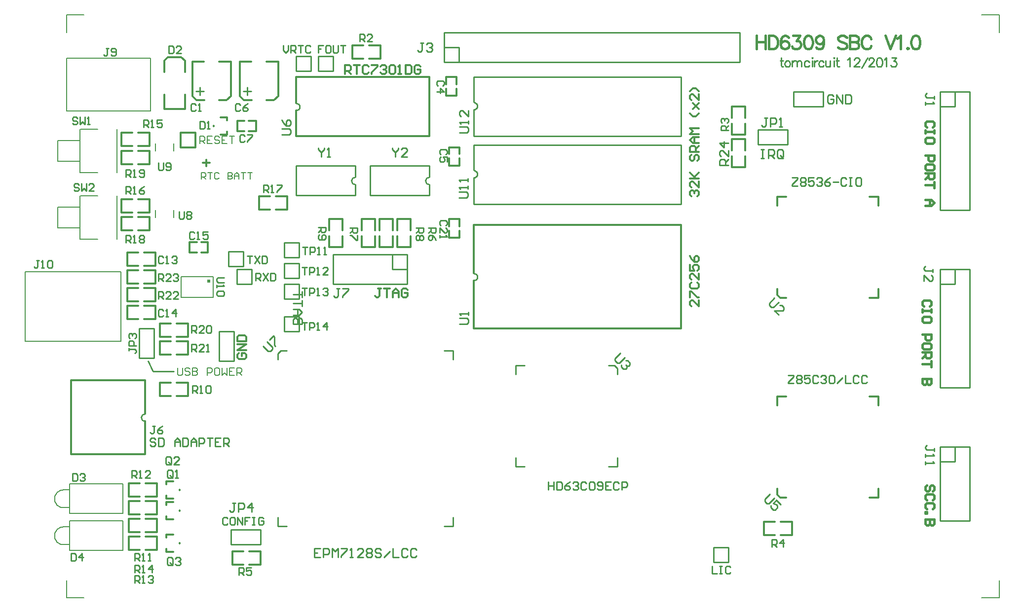
<source format=gto>
%FSLAX24Y24*%
%MOIN*%
G70*
G01*
G75*
%ADD10C,0.0100*%
%ADD11C,0.0080*%
%ADD12C,0.0120*%
%ADD13C,0.0079*%
%ADD14C,0.0150*%
%ADD15R,0.0200X0.0200*%
%ADD16C,0.0060*%
D10*
X15500Y13250D02*
X15596Y13269D01*
X15677Y13323D01*
X15731Y13404D01*
X15750Y13500D01*
X15731Y13596D01*
X15677Y13677D01*
X15596Y13731D01*
X15500Y13750D01*
X27500Y13300D02*
X27596Y13319D01*
X27677Y13373D01*
X27731Y13454D01*
X27750Y13550D01*
X27731Y13646D01*
X27677Y13727D01*
X27596Y13781D01*
X27500Y13800D01*
Y8700D02*
X27596Y8719D01*
X27677Y8773D01*
X27731Y8854D01*
X27750Y8950D01*
X27731Y9046D01*
X27677Y9127D01*
X27596Y9181D01*
X27500Y9200D01*
X27500Y1750D02*
X27596Y1769D01*
X27677Y1823D01*
X27731Y1904D01*
X27750Y2000D01*
X27731Y2096D01*
X27677Y2177D01*
X27596Y2231D01*
X27500Y2250D01*
X5300Y-7250D02*
X5204Y-7269D01*
X5123Y-7323D01*
X5069Y-7404D01*
X5050Y-7500D01*
X5069Y-7596D01*
X5123Y-7677D01*
X5204Y-7731D01*
X5300Y-7750D01*
X19500Y8750D02*
X19404Y8731D01*
X19323Y8677D01*
X19269Y8596D01*
X19250Y8500D01*
X19269Y8404D01*
X19323Y8323D01*
X19404Y8269D01*
X19500Y8250D01*
X24500Y8750D02*
X24404Y8731D01*
X24323Y8677D01*
X24269Y8596D01*
X24250Y8500D01*
X24269Y8404D01*
X24323Y8323D01*
X24404Y8269D01*
X24500Y8250D01*
X41500Y11500D02*
Y15500D01*
X27500Y15500D02*
X27500Y13800D01*
X27500Y13300D02*
X27500Y11500D01*
X41500D01*
X27500Y15500D02*
X41500Y15500D01*
X27500Y10900D02*
X41500Y10900D01*
X27500Y6900D02*
X41500D01*
X27500Y8700D02*
X27500Y6900D01*
X27500Y10900D02*
X27500Y9200D01*
X41500Y6900D02*
Y10900D01*
X15500Y7500D02*
X15500Y9500D01*
X19500D01*
X15500Y7500D02*
X19500D01*
X19500Y8250D01*
X19500Y8750D02*
Y9500D01*
X45483Y16500D02*
Y18500D01*
X25500D02*
X45483D01*
X25500Y16500D02*
X45483Y16500D01*
X25500Y17500D02*
Y18500D01*
Y17500D02*
X26500D01*
Y16500D02*
Y17500D01*
X25500Y16500D02*
Y17500D01*
X18000Y3500D02*
X23000Y3500D01*
X23000Y2500D01*
X22000D02*
Y3500D01*
X18000Y2500D02*
X18000Y3500D01*
X22000Y2500D02*
X23000D01*
X23000Y1500D02*
X23000Y2500D01*
X18000Y1500D02*
X23000Y1500D01*
X18000Y2500D02*
X18000Y1500D01*
X37200Y-4170D02*
X37200Y-4570D01*
X36600Y-3970D02*
X37000Y-3970D01*
X37200Y-4170D01*
X30350Y-4570D02*
X30350Y-3970D01*
X30950D01*
X30350Y-10820D02*
Y-10220D01*
Y-10820D02*
X30950Y-10820D01*
X37200Y-10220D02*
X37200Y-10820D01*
X36600Y-10820D02*
X37200Y-10820D01*
X17000Y15900D02*
Y16900D01*
X18000D01*
X17000Y15900D02*
X18000D01*
Y16900D01*
X14470Y-3000D02*
X14870D01*
X14270Y-3600D02*
X14270Y-3200D01*
X14470Y-3000D01*
X14270Y-14850D02*
X14870D01*
X14270D02*
Y-14250D01*
X25520Y-14850D02*
X26120D01*
Y-14250D01*
X25520Y-3000D02*
X26120D01*
Y-3600D02*
Y-3000D01*
X59000Y14500D02*
X60000D01*
X59000Y13500D02*
X60000D01*
Y14500D01*
X61000D01*
X59000Y6517D02*
Y14500D01*
X61000Y6517D02*
Y14500D01*
X59000Y6517D02*
X61000D01*
X46700Y11950D02*
X48700D01*
X46700Y10950D02*
X48700D01*
X46700D02*
Y11950D01*
X48700Y10950D02*
X48700Y11950D01*
X43700Y-17300D02*
Y-16300D01*
X44700D01*
X43700Y-17300D02*
X44700D01*
Y-16300D01*
X5500Y-3700D02*
X5850Y-4400D01*
X7250D01*
X4900Y-3500D02*
Y-1500D01*
X5900D02*
X5900Y-3500D01*
X4900Y-3500D02*
X5900Y-3500D01*
X4900Y-1500D02*
X5900D01*
X59000Y-5483D02*
X61000D01*
Y2500D01*
X59000Y-5483D02*
Y2500D01*
X60000D02*
X61000D01*
X60000Y1500D02*
Y2500D01*
X59000Y1500D02*
X60000D01*
X59000Y2500D02*
X60000D01*
Y-14500D02*
X61000D01*
Y-9500D01*
X60000D02*
X61000D01*
X60000Y-10500D02*
Y-9500D01*
X59000Y-14500D02*
X60000D01*
X59000Y-10500D02*
X60000D01*
X59000Y-9500D02*
X60000D01*
X59000Y-14500D02*
Y-9500D01*
X11500Y1500D02*
Y2500D01*
X12500D01*
X11500Y1500D02*
X12500D01*
Y2500D01*
X10950Y2700D02*
Y3700D01*
X11950D01*
X10950Y2700D02*
X11950D01*
Y3700D01*
X24500Y8750D02*
Y9500D01*
X24500Y7500D02*
X24500Y8250D01*
X20500Y7500D02*
X24500D01*
X20500Y9500D02*
X24500D01*
X20500Y7500D02*
Y9500D01*
X15500Y15900D02*
Y16900D01*
X16500D01*
X15500Y15900D02*
X16500D01*
Y16900D01*
X11100Y-16100D02*
X13100D01*
X11100Y-15100D02*
X13100Y-15100D01*
X13100Y-16100D01*
X11100D02*
X11100Y-15100D01*
X14700Y-1700D02*
Y-700D01*
X15700D01*
X14700Y-1700D02*
X15700D01*
Y-700D01*
X14700Y500D02*
Y1500D01*
X15700D01*
X14700Y500D02*
X15700D01*
Y1500D01*
X14700Y1900D02*
Y2900D01*
X15700D01*
X14700Y1900D02*
X15700D01*
Y2900D01*
X14700Y3300D02*
Y4300D01*
X15700D01*
X14700Y3300D02*
X15700D01*
Y4300D01*
X11300Y-3700D02*
Y-1700D01*
X10300Y-3700D02*
Y-1700D01*
X11300D01*
X10300Y-3700D02*
X11300D01*
X49100Y13500D02*
X51100Y13500D01*
X49100Y14500D02*
X51100Y14500D01*
X51100Y13500D02*
X51100Y14500D01*
X49100Y13500D02*
X49100Y14500D01*
X15920Y-1180D02*
X15320D01*
Y-880D01*
X15420Y-780D01*
X15520D01*
X15620Y-880D01*
Y-1180D01*
Y-880D01*
X15720Y-780D01*
X15820D01*
X15920Y-880D01*
Y-1180D01*
X15320Y-580D02*
X15720D01*
X15920Y-380D01*
X15720Y-180D01*
X15320D01*
X15620D01*
Y-580D01*
X15920Y20D02*
Y419D01*
Y220D01*
X15320D01*
X15920Y619D02*
Y1019D01*
Y819D01*
X15320D01*
X14550Y11600D02*
X15050D01*
X15150Y11700D01*
Y11900D01*
X15050Y12000D01*
X14550D01*
Y12600D02*
X14650Y12400D01*
X14850Y12200D01*
X15050D01*
X15150Y12300D01*
Y12500D01*
X15050Y12600D01*
X14950D01*
X14850Y12500D01*
Y12200D01*
X26550Y11750D02*
X27050D01*
X27150Y11850D01*
Y12050D01*
X27050Y12150D01*
X26550D01*
X27150Y12350D02*
Y12550D01*
Y12450D01*
X26550D01*
X26650Y12350D01*
X27150Y13250D02*
Y12850D01*
X26750Y13250D01*
X26650D01*
X26550Y13150D01*
Y12950D01*
X26650Y12850D01*
X26500Y7350D02*
X27000D01*
X27100Y7450D01*
Y7650D01*
X27000Y7750D01*
X26500D01*
X27100Y7950D02*
Y8150D01*
Y8050D01*
X26500D01*
X26600Y7950D01*
X27100Y8450D02*
Y8650D01*
Y8550D01*
X26500D01*
X26600Y8450D01*
X26550Y-1200D02*
X27050D01*
X27150Y-1100D01*
Y-900D01*
X27050Y-800D01*
X26550D01*
X27150Y-600D02*
Y-400D01*
Y-500D01*
X26550D01*
X26650Y-600D01*
X7600Y6420D02*
Y6003D01*
X7683Y5920D01*
X7850D01*
X7933Y6003D01*
Y6420D01*
X8100Y6337D02*
X8183Y6420D01*
X8350D01*
X8433Y6337D01*
Y6253D01*
X8350Y6170D01*
X8433Y6087D01*
Y6003D01*
X8350Y5920D01*
X8183D01*
X8100Y6003D01*
Y6087D01*
X8183Y6170D01*
X8100Y6253D01*
Y6337D01*
X8183Y6170D02*
X8350D01*
X-1867Y3100D02*
X-2033D01*
X-1950D01*
Y2683D01*
X-2033Y2600D01*
X-2117D01*
X-2200Y2683D01*
X-1700Y2600D02*
X-1534D01*
X-1617D01*
Y3100D01*
X-1700Y3017D01*
X-1284D02*
X-1200Y3100D01*
X-1034D01*
X-950Y3017D01*
Y2683D01*
X-1034Y2600D01*
X-1200D01*
X-1284Y2683D01*
Y3017D01*
X6017Y-8982D02*
X5925Y-8890D01*
X5742D01*
X5650Y-8982D01*
Y-9073D01*
X5742Y-9165D01*
X5925D01*
X6017Y-9257D01*
Y-9348D01*
X5925Y-9440D01*
X5742D01*
X5650Y-9348D01*
X6200Y-8890D02*
Y-9440D01*
X6475D01*
X6566Y-9348D01*
Y-8982D01*
X6475Y-8890D01*
X6200D01*
X7299Y-9440D02*
Y-9073D01*
X7483Y-8890D01*
X7666Y-9073D01*
Y-9440D01*
Y-9165D01*
X7299D01*
X7849Y-8890D02*
Y-9440D01*
X8124D01*
X8216Y-9348D01*
Y-8982D01*
X8124Y-8890D01*
X7849D01*
X8399Y-9440D02*
Y-9073D01*
X8582Y-8890D01*
X8766Y-9073D01*
Y-9440D01*
Y-9165D01*
X8399D01*
X8949Y-9440D02*
Y-8890D01*
X9224D01*
X9315Y-8982D01*
Y-9165D01*
X9224Y-9257D01*
X8949D01*
X9499Y-8890D02*
X9865D01*
X9682D01*
Y-9440D01*
X10415Y-8890D02*
X10049D01*
Y-9440D01*
X10415D01*
X10049Y-9165D02*
X10232D01*
X10598Y-9440D02*
Y-8890D01*
X10873D01*
X10965Y-8982D01*
Y-9165D01*
X10873Y-9257D01*
X10598D01*
X10782D02*
X10965Y-9440D01*
X5983Y-8100D02*
X5817D01*
X5900D01*
Y-8517D01*
X5817Y-8600D01*
X5733D01*
X5650Y-8517D01*
X6483Y-8100D02*
X6316Y-8183D01*
X6150Y-8350D01*
Y-8517D01*
X6233Y-8600D01*
X6400D01*
X6483Y-8517D01*
Y-8433D01*
X6400Y-8350D01*
X6150D01*
X2833Y17450D02*
X2667D01*
X2750D01*
Y17033D01*
X2667Y16950D01*
X2583D01*
X2500Y17033D01*
X3000D02*
X3083Y16950D01*
X3250D01*
X3333Y17033D01*
Y17367D01*
X3250Y17450D01*
X3083D01*
X3000Y17367D01*
Y17283D01*
X3083Y17200D01*
X3333D01*
X17000Y10700D02*
Y10600D01*
X17200Y10400D01*
X17400Y10600D01*
Y10700D01*
X17200Y10400D02*
Y10100D01*
X17600D02*
X17800D01*
X17700D01*
Y10700D01*
X17600Y10600D01*
X733Y12717D02*
X650Y12800D01*
X483D01*
X400Y12717D01*
Y12633D01*
X483Y12550D01*
X650D01*
X733Y12467D01*
Y12383D01*
X650Y12300D01*
X483D01*
X400Y12383D01*
X900Y12800D02*
Y12300D01*
X1066Y12467D01*
X1233Y12300D01*
Y12800D01*
X1400Y12300D02*
X1566D01*
X1483D01*
Y12800D01*
X1400Y12717D01*
X24100Y17800D02*
X23900D01*
X24000D01*
Y17300D01*
X23900Y17200D01*
X23800D01*
X23700Y17300D01*
X24300Y17700D02*
X24400Y17800D01*
X24600D01*
X24700Y17700D01*
Y17600D01*
X24600Y17500D01*
X24500D01*
X24600D01*
X24700Y17400D01*
Y17300D01*
X24600Y17200D01*
X24400D01*
X24300Y17300D01*
X18460Y1200D02*
X18260D01*
X18360D01*
Y700D01*
X18260Y600D01*
X18160D01*
X18060Y700D01*
X18660Y1200D02*
X19060D01*
Y1100D01*
X18660Y700D01*
Y600D01*
X32550Y-11850D02*
Y-12400D01*
Y-12125D01*
X32917D01*
Y-11850D01*
Y-12400D01*
X33100Y-11850D02*
Y-12400D01*
X33375D01*
X33466Y-12308D01*
Y-11942D01*
X33375Y-11850D01*
X33100D01*
X34016D02*
X33833Y-11942D01*
X33650Y-12125D01*
Y-12308D01*
X33741Y-12400D01*
X33925D01*
X34016Y-12308D01*
Y-12217D01*
X33925Y-12125D01*
X33650D01*
X34199Y-11942D02*
X34291Y-11850D01*
X34474D01*
X34566Y-11942D01*
Y-12033D01*
X34474Y-12125D01*
X34383D01*
X34474D01*
X34566Y-12217D01*
Y-12308D01*
X34474Y-12400D01*
X34291D01*
X34199Y-12308D01*
X35116Y-11942D02*
X35024Y-11850D01*
X34841D01*
X34749Y-11942D01*
Y-12308D01*
X34841Y-12400D01*
X35024D01*
X35116Y-12308D01*
X35299Y-11942D02*
X35391Y-11850D01*
X35574D01*
X35666Y-11942D01*
Y-12308D01*
X35574Y-12400D01*
X35391D01*
X35299Y-12308D01*
Y-11942D01*
X35849Y-12308D02*
X35941Y-12400D01*
X36124D01*
X36215Y-12308D01*
Y-11942D01*
X36124Y-11850D01*
X35941D01*
X35849Y-11942D01*
Y-12033D01*
X35941Y-12125D01*
X36215D01*
X36765Y-11850D02*
X36399D01*
Y-12400D01*
X36765D01*
X36399Y-12125D02*
X36582D01*
X37315Y-11942D02*
X37223Y-11850D01*
X37040D01*
X36949Y-11942D01*
Y-12308D01*
X37040Y-12400D01*
X37223D01*
X37315Y-12308D01*
X37498Y-12400D02*
Y-11850D01*
X37773D01*
X37865Y-11942D01*
Y-12125D01*
X37773Y-12217D01*
X37498D01*
X37414Y-3166D02*
X37061Y-3519D01*
Y-3661D01*
X37202Y-3802D01*
X37343D01*
X37697Y-3449D01*
X37768Y-3661D02*
X37909D01*
X38050Y-3802D01*
Y-3943D01*
X37980Y-4014D01*
X37838D01*
X37768Y-3943D01*
X37838Y-4014D01*
Y-4155D01*
X37768Y-4226D01*
X37626D01*
X37485Y-4085D01*
Y-3943D01*
X6900Y17600D02*
Y17100D01*
X7150D01*
X7233Y17183D01*
Y17517D01*
X7150Y17600D01*
X6900D01*
X7733Y17100D02*
X7400D01*
X7733Y17433D01*
Y17517D01*
X7650Y17600D01*
X7483D01*
X7400Y17517D01*
X10650Y1950D02*
X10233D01*
X10150Y1867D01*
Y1700D01*
X10233Y1617D01*
X10650D01*
X10150Y1450D02*
Y1284D01*
Y1367D01*
X10650D01*
X10567Y1450D01*
Y1034D02*
X10650Y950D01*
Y784D01*
X10567Y700D01*
X10233D01*
X10150Y784D01*
Y950D01*
X10233Y1034D01*
X10567D01*
X17333Y17650D02*
X17000D01*
Y17400D01*
X17167D01*
X17000D01*
Y17150D01*
X17750Y17650D02*
X17583D01*
X17500Y17567D01*
Y17233D01*
X17583Y17150D01*
X17750D01*
X17833Y17233D01*
Y17567D01*
X17750Y17650D01*
X18000D02*
Y17233D01*
X18083Y17150D01*
X18250D01*
X18333Y17233D01*
Y17650D01*
X18500D02*
X18833D01*
X18666D01*
Y17150D01*
X17150Y-16350D02*
X16750D01*
Y-16950D01*
X17150D01*
X16750Y-16650D02*
X16950D01*
X17350Y-16950D02*
Y-16350D01*
X17650D01*
X17750Y-16450D01*
Y-16650D01*
X17650Y-16750D01*
X17350D01*
X17950Y-16950D02*
Y-16350D01*
X18150Y-16550D01*
X18349Y-16350D01*
Y-16950D01*
X18549Y-16350D02*
X18949D01*
Y-16450D01*
X18549Y-16850D01*
Y-16950D01*
X19149D02*
X19349D01*
X19249D01*
Y-16350D01*
X19149Y-16450D01*
X20049Y-16950D02*
X19649D01*
X20049Y-16550D01*
Y-16450D01*
X19949Y-16350D01*
X19749D01*
X19649Y-16450D01*
X20249D02*
X20349Y-16350D01*
X20549D01*
X20649Y-16450D01*
Y-16550D01*
X20549Y-16650D01*
X20649Y-16750D01*
Y-16850D01*
X20549Y-16950D01*
X20349D01*
X20249Y-16850D01*
Y-16750D01*
X20349Y-16650D01*
X20249Y-16550D01*
Y-16450D01*
X20349Y-16650D02*
X20549D01*
X21249Y-16450D02*
X21149Y-16350D01*
X20949D01*
X20849Y-16450D01*
Y-16550D01*
X20949Y-16650D01*
X21149D01*
X21249Y-16750D01*
Y-16850D01*
X21149Y-16950D01*
X20949D01*
X20849Y-16850D01*
X21448Y-16950D02*
X21848Y-16550D01*
X22048Y-16350D02*
Y-16950D01*
X22448D01*
X23048Y-16450D02*
X22948Y-16350D01*
X22748D01*
X22648Y-16450D01*
Y-16850D01*
X22748Y-16950D01*
X22948D01*
X23048Y-16850D01*
X23648Y-16450D02*
X23548Y-16350D01*
X23348D01*
X23248Y-16450D01*
Y-16850D01*
X23348Y-16950D01*
X23548D01*
X23648Y-16850D01*
X13276Y-2676D02*
X13629Y-3029D01*
X13771D01*
X13912Y-2888D01*
Y-2747D01*
X13559Y-2393D01*
X13700Y-2252D02*
X13983Y-1969D01*
X14053Y-2040D01*
X14053Y-2605D01*
X14124Y-2676D01*
X58600Y14000D02*
Y14200D01*
Y14100D01*
X58100D01*
X58000Y14200D01*
Y14300D01*
X58100Y14400D01*
X58000Y13800D02*
Y13600D01*
Y13700D01*
X58600D01*
X58500Y13800D01*
X9000Y12500D02*
Y12000D01*
X9250D01*
X9333Y12083D01*
Y12417D01*
X9250Y12500D01*
X9000D01*
X9500Y12000D02*
X9666D01*
X9583D01*
Y12500D01*
X9500Y12417D01*
X400Y-11300D02*
Y-11800D01*
X650D01*
X733Y-11717D01*
Y-11383D01*
X650Y-11300D01*
X400D01*
X900Y-11383D02*
X983Y-11300D01*
X1150D01*
X1233Y-11383D01*
Y-11467D01*
X1150Y-11550D01*
X1066D01*
X1150D01*
X1233Y-11633D01*
Y-11717D01*
X1150Y-11800D01*
X983D01*
X900Y-11717D01*
X8733Y13617D02*
X8650Y13700D01*
X8483D01*
X8400Y13617D01*
Y13283D01*
X8483Y13200D01*
X8650D01*
X8733Y13283D01*
X8900Y13200D02*
X9066D01*
X8983D01*
Y13700D01*
X8900Y13617D01*
X9019Y14806D02*
Y14273D01*
X9285Y14540D02*
X8752D01*
X25417Y14917D02*
X25500Y15000D01*
Y15167D01*
X25417Y15250D01*
X25083D01*
X25000Y15167D01*
Y15000D01*
X25083Y14917D01*
X25000Y14500D02*
X25500D01*
X25250Y14750D01*
Y14417D01*
X46900Y10600D02*
X47100D01*
X47000D01*
Y10000D01*
X46900D01*
X47100D01*
X47400D02*
Y10600D01*
X47700D01*
X47800Y10500D01*
Y10300D01*
X47700Y10200D01*
X47400D01*
X47600D02*
X47800Y10000D01*
X48400Y10100D02*
Y10500D01*
X48300Y10600D01*
X48100D01*
X48000Y10500D01*
Y10100D01*
X48100Y10000D01*
X48300D01*
X48200Y10200D02*
X48400Y10000D01*
X48300D02*
X48400Y10100D01*
X47350Y12750D02*
X47150D01*
X47250D01*
Y12250D01*
X47150Y12150D01*
X47050D01*
X46950Y12250D01*
X47550Y12150D02*
Y12750D01*
X47850D01*
X47950Y12650D01*
Y12450D01*
X47850Y12350D01*
X47550D01*
X48150Y12150D02*
X48350D01*
X48250D01*
Y12750D01*
X48150Y12650D01*
X44700Y9550D02*
X44100D01*
Y9850D01*
X44200Y9950D01*
X44400D01*
X44500Y9850D01*
Y9550D01*
Y9750D02*
X44700Y9950D01*
Y10550D02*
Y10150D01*
X44300Y10550D01*
X44200D01*
X44100Y10450D01*
Y10250D01*
X44200Y10150D01*
X44700Y11050D02*
X44100D01*
X44400Y10750D01*
Y11149D01*
X43600Y-17550D02*
Y-18050D01*
X43933D01*
X44100Y-17550D02*
X44266D01*
X44183D01*
Y-18050D01*
X44100D01*
X44266D01*
X44850Y-17633D02*
X44766Y-17550D01*
X44600D01*
X44516Y-17633D01*
Y-17967D01*
X44600Y-18050D01*
X44766D01*
X44850Y-17967D01*
X4200Y-2817D02*
Y-2983D01*
Y-2900D01*
X4617D01*
X4700Y-2983D01*
Y-3067D01*
X4617Y-3150D01*
X4700Y-2650D02*
X4200D01*
Y-2400D01*
X4283Y-2317D01*
X4450D01*
X4533Y-2400D01*
Y-2650D01*
X4283Y-2150D02*
X4200Y-2067D01*
Y-1900D01*
X4283Y-1817D01*
X4367D01*
X4450Y-1900D01*
Y-1984D01*
Y-1900D01*
X4533Y-1817D01*
X4617D01*
X4700Y-1900D01*
Y-2067D01*
X4617Y-2150D01*
X12033Y11517D02*
X11950Y11600D01*
X11783D01*
X11700Y11517D01*
Y11183D01*
X11783Y11100D01*
X11950D01*
X12033Y11183D01*
X12200Y11600D02*
X12533D01*
Y11517D01*
X12200Y11183D01*
Y11100D01*
X13300Y7700D02*
Y8200D01*
X13550D01*
X13633Y8117D01*
Y7950D01*
X13550Y7867D01*
X13300D01*
X13467D02*
X13633Y7700D01*
X13800D02*
X13966D01*
X13883D01*
Y8200D01*
X13800Y8117D01*
X14216Y8200D02*
X14550D01*
Y8117D01*
X14216Y7783D01*
Y7700D01*
X48750Y-4650D02*
X49117D01*
Y-4742D01*
X48750Y-5108D01*
Y-5200D01*
X49117D01*
X49300Y-4742D02*
X49391Y-4650D01*
X49575D01*
X49666Y-4742D01*
Y-4833D01*
X49575Y-4925D01*
X49666Y-5017D01*
Y-5108D01*
X49575Y-5200D01*
X49391D01*
X49300Y-5108D01*
Y-5017D01*
X49391Y-4925D01*
X49300Y-4833D01*
Y-4742D01*
X49391Y-4925D02*
X49575D01*
X50216Y-4650D02*
X49850D01*
Y-4925D01*
X50033Y-4833D01*
X50125D01*
X50216Y-4925D01*
Y-5108D01*
X50125Y-5200D01*
X49941D01*
X49850Y-5108D01*
X50766Y-4742D02*
X50674Y-4650D01*
X50491D01*
X50399Y-4742D01*
Y-5108D01*
X50491Y-5200D01*
X50674D01*
X50766Y-5108D01*
X50949Y-4742D02*
X51041Y-4650D01*
X51224D01*
X51316Y-4742D01*
Y-4833D01*
X51224Y-4925D01*
X51133D01*
X51224D01*
X51316Y-5017D01*
Y-5108D01*
X51224Y-5200D01*
X51041D01*
X50949Y-5108D01*
X51499Y-4742D02*
X51591Y-4650D01*
X51774D01*
X51866Y-4742D01*
Y-5108D01*
X51774Y-5200D01*
X51591D01*
X51499Y-5108D01*
Y-4742D01*
X52049Y-5200D02*
X52415Y-4833D01*
X52599Y-4650D02*
Y-5200D01*
X52965D01*
X53515Y-4742D02*
X53423Y-4650D01*
X53240D01*
X53149Y-4742D01*
Y-5108D01*
X53240Y-5200D01*
X53423D01*
X53515Y-5108D01*
X54065Y-4742D02*
X53973Y-4650D01*
X53790D01*
X53698Y-4742D01*
Y-5108D01*
X53790Y-5200D01*
X53973D01*
X54065Y-5108D01*
X47524Y-12676D02*
X47171Y-13029D01*
Y-13171D01*
X47312Y-13312D01*
X47453D01*
X47807Y-12959D01*
X48231Y-13383D02*
X47948Y-13100D01*
X47736Y-13312D01*
X47948Y-13383D01*
X48019Y-13453D01*
Y-13595D01*
X47878Y-13736D01*
X47736D01*
X47595Y-13595D01*
Y-13453D01*
X22000Y10700D02*
Y10600D01*
X22200Y10400D01*
X22400Y10600D01*
Y10700D01*
X22200Y10400D02*
Y10100D01*
X23000D02*
X22600D01*
X23000Y10500D01*
Y10600D01*
X22900Y10700D01*
X22700D01*
X22600Y10600D01*
X12200Y3400D02*
X12533D01*
X12367D01*
Y2900D01*
X12700Y3400D02*
X13033Y2900D01*
Y3400D02*
X12700Y2900D01*
X13200Y3400D02*
Y2900D01*
X13450D01*
X13533Y2983D01*
Y3317D01*
X13450Y3400D01*
X13200D01*
X12780Y1750D02*
Y2250D01*
X13030D01*
X13113Y2167D01*
Y2000D01*
X13030Y1917D01*
X12780D01*
X12947D02*
X13113Y1750D01*
X13280Y2250D02*
X13613Y1750D01*
Y2250D02*
X13280Y1750D01*
X13780Y2250D02*
Y1750D01*
X14030D01*
X14113Y1833D01*
Y2167D01*
X14030Y2250D01*
X13780D01*
X15900Y-1100D02*
X16233D01*
X16067D01*
Y-1600D01*
X16400D02*
Y-1100D01*
X16650D01*
X16733Y-1183D01*
Y-1350D01*
X16650Y-1433D01*
X16400D01*
X16900Y-1600D02*
X17066D01*
X16983D01*
Y-1100D01*
X16900Y-1183D01*
X17566Y-1600D02*
Y-1100D01*
X17316Y-1350D01*
X17649D01*
X15900Y1250D02*
X16233D01*
X16067D01*
Y750D01*
X16400D02*
Y1250D01*
X16650D01*
X16733Y1167D01*
Y1000D01*
X16650Y917D01*
X16400D01*
X16900Y750D02*
X17066D01*
X16983D01*
Y1250D01*
X16900Y1167D01*
X17316D02*
X17400Y1250D01*
X17566D01*
X17649Y1167D01*
Y1083D01*
X17566Y1000D01*
X17483D01*
X17566D01*
X17649Y917D01*
Y833D01*
X17566Y750D01*
X17400D01*
X17316Y833D01*
X15900Y2650D02*
X16233D01*
X16067D01*
Y2150D01*
X16400D02*
Y2650D01*
X16650D01*
X16733Y2567D01*
Y2400D01*
X16650Y2317D01*
X16400D01*
X16900Y2150D02*
X17066D01*
X16983D01*
Y2650D01*
X16900Y2567D01*
X17649Y2150D02*
X17316D01*
X17649Y2483D01*
Y2567D01*
X17566Y2650D01*
X17400D01*
X17316Y2567D01*
X15950Y4020D02*
X16283D01*
X16117D01*
Y3520D01*
X16450D02*
Y4020D01*
X16700D01*
X16783Y3937D01*
Y3770D01*
X16700Y3687D01*
X16450D01*
X16950Y3520D02*
X17116D01*
X17033D01*
Y4020D01*
X16950Y3937D01*
X17366Y3520D02*
X17533D01*
X17450D01*
Y4020D01*
X17366Y3937D01*
X58600Y-9800D02*
Y-9600D01*
Y-9700D01*
X58100D01*
X58000Y-9600D01*
Y-9500D01*
X58100Y-9400D01*
X58000Y-10000D02*
Y-10200D01*
Y-10100D01*
X58600D01*
X58500Y-10000D01*
X58000Y-10500D02*
Y-10700D01*
Y-10600D01*
X58600D01*
X58500Y-10500D01*
X14650Y17650D02*
Y17317D01*
X14817Y17150D01*
X14983Y17317D01*
Y17650D01*
X15150Y17150D02*
Y17650D01*
X15400D01*
X15483Y17567D01*
Y17400D01*
X15400Y17317D01*
X15150D01*
X15316D02*
X15483Y17150D01*
X15650Y17650D02*
X15983D01*
X15816D01*
Y17150D01*
X16483Y17567D02*
X16399Y17650D01*
X16233D01*
X16150Y17567D01*
Y17233D01*
X16233Y17150D01*
X16399D01*
X16483Y17233D01*
X17000Y5350D02*
X17500D01*
Y5100D01*
X17417Y5017D01*
X17250D01*
X17167Y5100D01*
Y5350D01*
Y5183D02*
X17000Y5017D01*
X17083Y4850D02*
X17000Y4767D01*
Y4600D01*
X17083Y4517D01*
X17417D01*
X17500Y4600D01*
Y4767D01*
X17417Y4850D01*
X17333D01*
X17250Y4767D01*
Y4517D01*
X23600Y5300D02*
X24100D01*
Y5050D01*
X24017Y4967D01*
X23850D01*
X23767Y5050D01*
Y5300D01*
Y5133D02*
X23600Y4967D01*
X24017Y4800D02*
X24100Y4717D01*
Y4550D01*
X24017Y4467D01*
X23933D01*
X23850Y4550D01*
X23767Y4467D01*
X23683D01*
X23600Y4550D01*
Y4717D01*
X23683Y4800D01*
X23767D01*
X23850Y4717D01*
X23933Y4800D01*
X24017D01*
X23850Y4717D02*
Y4550D01*
X19150Y5300D02*
X19650D01*
Y5050D01*
X19567Y4967D01*
X19400D01*
X19317Y5050D01*
Y5300D01*
Y5133D02*
X19150Y4967D01*
X19650Y4800D02*
Y4467D01*
X19567D01*
X19233Y4800D01*
X19150D01*
X24450Y5300D02*
X24950D01*
Y5050D01*
X24867Y4967D01*
X24700D01*
X24617Y5050D01*
Y5300D01*
Y5133D02*
X24450Y4967D01*
X24950Y4467D02*
X24867Y4634D01*
X24700Y4800D01*
X24533D01*
X24450Y4717D01*
Y4550D01*
X24533Y4467D01*
X24617D01*
X24700Y4550D01*
Y4800D01*
X11650Y-18150D02*
Y-17650D01*
X11900D01*
X11983Y-17733D01*
Y-17900D01*
X11900Y-17983D01*
X11650D01*
X11817D02*
X11983Y-18150D01*
X12483Y-17650D02*
X12150D01*
Y-17900D01*
X12316Y-17817D01*
X12400D01*
X12483Y-17900D01*
Y-18067D01*
X12400Y-18150D01*
X12233D01*
X12150Y-18067D01*
X4000Y8750D02*
Y9250D01*
X4250D01*
X4333Y9167D01*
Y9000D01*
X4250Y8917D01*
X4000D01*
X4167D02*
X4333Y8750D01*
X4500D02*
X4666D01*
X4583D01*
Y9250D01*
X4500Y9167D01*
X4916Y8833D02*
X5000Y8750D01*
X5166D01*
X5250Y8833D01*
Y9167D01*
X5166Y9250D01*
X5000D01*
X4916Y9167D01*
Y9083D01*
X5000Y9000D01*
X5250D01*
X4000Y4300D02*
Y4800D01*
X4250D01*
X4333Y4717D01*
Y4550D01*
X4250Y4467D01*
X4000D01*
X4167D02*
X4333Y4300D01*
X4500D02*
X4666D01*
X4583D01*
Y4800D01*
X4500Y4717D01*
X4916D02*
X5000Y4800D01*
X5166D01*
X5250Y4717D01*
Y4633D01*
X5166Y4550D01*
X5250Y4467D01*
Y4383D01*
X5166Y4300D01*
X5000D01*
X4916Y4383D01*
Y4467D01*
X5000Y4550D01*
X4916Y4633D01*
Y4717D01*
X5000Y4550D02*
X5166D01*
X4000Y7600D02*
Y8100D01*
X4250D01*
X4333Y8017D01*
Y7850D01*
X4250Y7767D01*
X4000D01*
X4167D02*
X4333Y7600D01*
X4500D02*
X4666D01*
X4583D01*
Y8100D01*
X4500Y8017D01*
X5250Y8100D02*
X5083Y8017D01*
X4916Y7850D01*
Y7683D01*
X5000Y7600D01*
X5166D01*
X5250Y7683D01*
Y7767D01*
X5166Y7850D01*
X4916D01*
X8500Y-5850D02*
Y-5350D01*
X8750D01*
X8833Y-5433D01*
Y-5600D01*
X8750Y-5683D01*
X8500D01*
X8667D02*
X8833Y-5850D01*
X9000D02*
X9166D01*
X9083D01*
Y-5350D01*
X9000Y-5433D01*
X9416D02*
X9500Y-5350D01*
X9666D01*
X9750Y-5433D01*
Y-5767D01*
X9666Y-5850D01*
X9500D01*
X9416Y-5767D01*
Y-5433D01*
X10883Y-14333D02*
X10800Y-14250D01*
X10633D01*
X10550Y-14333D01*
Y-14667D01*
X10633Y-14750D01*
X10800D01*
X10883Y-14667D01*
X11300Y-14250D02*
X11133D01*
X11050Y-14333D01*
Y-14667D01*
X11133Y-14750D01*
X11300D01*
X11383Y-14667D01*
Y-14333D01*
X11300Y-14250D01*
X11550Y-14750D02*
Y-14250D01*
X11883Y-14750D01*
Y-14250D01*
X12383D02*
X12050D01*
Y-14500D01*
X12216D01*
X12050D01*
Y-14750D01*
X12549Y-14250D02*
X12716D01*
X12633D01*
Y-14750D01*
X12549D01*
X12716D01*
X13299Y-14333D02*
X13216Y-14250D01*
X13049D01*
X12966Y-14333D01*
Y-14667D01*
X13049Y-14750D01*
X13216D01*
X13299Y-14667D01*
Y-14500D01*
X13132D01*
X11400Y-13300D02*
X11200D01*
X11300D01*
Y-13800D01*
X11200Y-13900D01*
X11100D01*
X11000Y-13800D01*
X11600Y-13900D02*
Y-13300D01*
X11900D01*
X12000Y-13400D01*
Y-13600D01*
X11900Y-13700D01*
X11600D01*
X12500Y-13900D02*
Y-13300D01*
X12200Y-13600D01*
X12599D01*
X51800Y14200D02*
X51700Y14300D01*
X51500D01*
X51400Y14200D01*
Y13800D01*
X51500Y13700D01*
X51700D01*
X51800Y13800D01*
Y14000D01*
X51600D01*
X52000Y13700D02*
Y14300D01*
X52400Y13700D01*
Y14300D01*
X52600D02*
Y13700D01*
X52900D01*
X52999Y13800D01*
Y14200D01*
X52900Y14300D01*
X52600D01*
X6200Y9700D02*
Y9283D01*
X6283Y9200D01*
X6450D01*
X6533Y9283D01*
Y9700D01*
X6700Y9283D02*
X6783Y9200D01*
X6950D01*
X7033Y9283D01*
Y9617D01*
X6950Y9700D01*
X6783D01*
X6700Y9617D01*
Y9533D01*
X6783Y9450D01*
X7033D01*
X49020Y8700D02*
X49387D01*
Y8608D01*
X49020Y8242D01*
Y8150D01*
X49387D01*
X49570Y8608D02*
X49661Y8700D01*
X49845D01*
X49936Y8608D01*
Y8517D01*
X49845Y8425D01*
X49936Y8333D01*
Y8242D01*
X49845Y8150D01*
X49661D01*
X49570Y8242D01*
Y8333D01*
X49661Y8425D01*
X49570Y8517D01*
Y8608D01*
X49661Y8425D02*
X49845D01*
X50486Y8700D02*
X50120D01*
Y8425D01*
X50303Y8517D01*
X50395D01*
X50486Y8425D01*
Y8242D01*
X50395Y8150D01*
X50211D01*
X50120Y8242D01*
X50669Y8608D02*
X50761Y8700D01*
X50944D01*
X51036Y8608D01*
Y8517D01*
X50944Y8425D01*
X50853D01*
X50944D01*
X51036Y8333D01*
Y8242D01*
X50944Y8150D01*
X50761D01*
X50669Y8242D01*
X51586Y8700D02*
X51403Y8608D01*
X51219Y8425D01*
Y8242D01*
X51311Y8150D01*
X51494D01*
X51586Y8242D01*
Y8333D01*
X51494Y8425D01*
X51219D01*
X51769D02*
X52136D01*
X52685Y8608D02*
X52594Y8700D01*
X52411D01*
X52319Y8608D01*
Y8242D01*
X52411Y8150D01*
X52594D01*
X52685Y8242D01*
X52869Y8700D02*
X53052D01*
X52960D01*
Y8150D01*
X52869D01*
X53052D01*
X53602Y8700D02*
X53419D01*
X53327Y8608D01*
Y8242D01*
X53419Y8150D01*
X53602D01*
X53693Y8242D01*
Y8608D01*
X53602Y8700D01*
X47824Y574D02*
X47471Y221D01*
Y79D01*
X47612Y-62D01*
X47753D01*
X48107Y291D01*
Y-557D02*
X47824Y-274D01*
X48390D01*
X48460Y-203D01*
Y-62D01*
X48319Y79D01*
X48178D01*
X833Y8217D02*
X750Y8300D01*
X583D01*
X500Y8217D01*
Y8133D01*
X583Y8050D01*
X750D01*
X833Y7967D01*
Y7883D01*
X750Y7800D01*
X583D01*
X500Y7883D01*
X1000Y8300D02*
Y7800D01*
X1166Y7967D01*
X1333Y7800D01*
Y8300D01*
X1833Y7800D02*
X1500D01*
X1833Y8133D01*
Y8217D01*
X1750Y8300D01*
X1583D01*
X1500Y8217D01*
X58500Y2300D02*
Y2500D01*
Y2400D01*
X58000D01*
X57900Y2500D01*
Y2600D01*
X58000Y2700D01*
X57900Y1700D02*
Y2100D01*
X58300Y1700D01*
X58400D01*
X58500Y1800D01*
Y2000D01*
X58400Y2100D01*
X300Y-16700D02*
Y-17200D01*
X550D01*
X633Y-17117D01*
Y-16783D01*
X550Y-16700D01*
X300D01*
X1050Y-17200D02*
Y-16700D01*
X800Y-16950D01*
X1133D01*
X6533Y-283D02*
X6450Y-200D01*
X6283D01*
X6200Y-283D01*
Y-617D01*
X6283Y-700D01*
X6450D01*
X6533Y-617D01*
X6700Y-700D02*
X6866D01*
X6783D01*
Y-200D01*
X6700Y-283D01*
X7366Y-700D02*
Y-200D01*
X7116Y-450D01*
X7450D01*
X6533Y3317D02*
X6450Y3400D01*
X6283D01*
X6200Y3317D01*
Y2983D01*
X6283Y2900D01*
X6450D01*
X6533Y2983D01*
X6700Y2900D02*
X6866D01*
X6783D01*
Y3400D01*
X6700Y3317D01*
X7116D02*
X7200Y3400D01*
X7366D01*
X7450Y3317D01*
Y3233D01*
X7366Y3150D01*
X7283D01*
X7366D01*
X7450Y3067D01*
Y2983D01*
X7366Y2900D01*
X7200D01*
X7116Y2983D01*
X5200Y12100D02*
Y12600D01*
X5450D01*
X5533Y12517D01*
Y12350D01*
X5450Y12267D01*
X5200D01*
X5367D02*
X5533Y12100D01*
X5700D02*
X5866D01*
X5783D01*
Y12600D01*
X5700Y12517D01*
X6450Y12600D02*
X6116D01*
Y12350D01*
X6283Y12433D01*
X6366D01*
X6450Y12350D01*
Y12183D01*
X6366Y12100D01*
X6200D01*
X6116Y12183D01*
X8460Y-1800D02*
Y-1300D01*
X8710D01*
X8793Y-1383D01*
Y-1550D01*
X8710Y-1633D01*
X8460D01*
X8627D02*
X8793Y-1800D01*
X9293D02*
X8960D01*
X9293Y-1467D01*
Y-1383D01*
X9210Y-1300D01*
X9043D01*
X8960Y-1383D01*
X9460D02*
X9543Y-1300D01*
X9710D01*
X9793Y-1383D01*
Y-1717D01*
X9710Y-1800D01*
X9543D01*
X9460Y-1717D01*
Y-1383D01*
X4600Y-18000D02*
Y-17500D01*
X4850D01*
X4933Y-17583D01*
Y-17750D01*
X4850Y-17833D01*
X4600D01*
X4767D02*
X4933Y-18000D01*
X5100D02*
X5266D01*
X5183D01*
Y-17500D01*
X5100Y-17583D01*
X5766Y-18000D02*
Y-17500D01*
X5516Y-17750D01*
X5850D01*
X6200Y1700D02*
Y2200D01*
X6450D01*
X6533Y2117D01*
Y1950D01*
X6450Y1867D01*
X6200D01*
X6367D02*
X6533Y1700D01*
X7033D02*
X6700D01*
X7033Y2033D01*
Y2117D01*
X6950Y2200D01*
X6783D01*
X6700Y2117D01*
X7200D02*
X7283Y2200D01*
X7450D01*
X7533Y2117D01*
Y2033D01*
X7450Y1950D01*
X7366D01*
X7450D01*
X7533Y1867D01*
Y1783D01*
X7450Y1700D01*
X7283D01*
X7200Y1783D01*
X6200Y500D02*
Y1000D01*
X6450D01*
X6533Y917D01*
Y750D01*
X6450Y667D01*
X6200D01*
X6367D02*
X6533Y500D01*
X7033D02*
X6700D01*
X7033Y833D01*
Y917D01*
X6950Y1000D01*
X6783D01*
X6700Y917D01*
X7533Y500D02*
X7200D01*
X7533Y833D01*
Y917D01*
X7450Y1000D01*
X7283D01*
X7200Y917D01*
X11733Y13617D02*
X11650Y13700D01*
X11483D01*
X11400Y13617D01*
Y13283D01*
X11483Y13200D01*
X11650D01*
X11733Y13283D01*
X12233Y13700D02*
X12066Y13617D01*
X11900Y13450D01*
Y13283D01*
X11983Y13200D01*
X12150D01*
X12233Y13283D01*
Y13367D01*
X12150Y13450D01*
X11900D01*
X4400Y-11600D02*
Y-11100D01*
X4650D01*
X4733Y-11183D01*
Y-11350D01*
X4650Y-11433D01*
X4400D01*
X4567D02*
X4733Y-11600D01*
X4900D02*
X5066D01*
X4983D01*
Y-11100D01*
X4900Y-11183D01*
X5650Y-11600D02*
X5316D01*
X5650Y-11267D01*
Y-11183D01*
X5566Y-11100D01*
X5400D01*
X5316Y-11183D01*
X4600Y-17200D02*
Y-16700D01*
X4850D01*
X4933Y-16783D01*
Y-16950D01*
X4850Y-17033D01*
X4600D01*
X4767D02*
X4933Y-17200D01*
X5100D02*
X5266D01*
X5183D01*
Y-16700D01*
X5100Y-16783D01*
X5516Y-17200D02*
X5683D01*
X5600D01*
Y-16700D01*
X5516Y-16783D01*
X8450Y-3050D02*
Y-2550D01*
X8700D01*
X8783Y-2633D01*
Y-2800D01*
X8700Y-2883D01*
X8450D01*
X8617D02*
X8783Y-3050D01*
X9283D02*
X8950D01*
X9283Y-2717D01*
Y-2633D01*
X9200Y-2550D01*
X9033D01*
X8950Y-2633D01*
X9450Y-3050D02*
X9616D01*
X9533D01*
Y-2550D01*
X9450Y-2633D01*
X4600Y-18700D02*
Y-18200D01*
X4850D01*
X4933Y-18283D01*
Y-18450D01*
X4850Y-18533D01*
X4600D01*
X4767D02*
X4933Y-18700D01*
X5100D02*
X5266D01*
X5183D01*
Y-18200D01*
X5100Y-18283D01*
X5516D02*
X5600Y-18200D01*
X5766D01*
X5850Y-18283D01*
Y-18367D01*
X5766Y-18450D01*
X5683D01*
X5766D01*
X5850Y-18533D01*
Y-18617D01*
X5766Y-18700D01*
X5600D01*
X5516Y-18617D01*
X8633Y4967D02*
X8550Y5050D01*
X8383D01*
X8300Y4967D01*
Y4633D01*
X8383Y4550D01*
X8550D01*
X8633Y4633D01*
X8800Y4550D02*
X8966D01*
X8883D01*
Y5050D01*
X8800Y4967D01*
X9550Y5050D02*
X9216D01*
Y4800D01*
X9383Y4883D01*
X9466D01*
X9550Y4800D01*
Y4633D01*
X9466Y4550D01*
X9300D01*
X9216Y4633D01*
X47650Y-16250D02*
Y-15750D01*
X47900D01*
X47983Y-15833D01*
Y-16000D01*
X47900Y-16083D01*
X47650D01*
X47817D02*
X47983Y-16250D01*
X48400D02*
Y-15750D01*
X48150Y-16000D01*
X48483D01*
X44700Y11900D02*
X44200D01*
Y12150D01*
X44283Y12233D01*
X44450D01*
X44533Y12150D01*
Y11900D01*
Y12067D02*
X44700Y12233D01*
X44283Y12400D02*
X44200Y12483D01*
Y12650D01*
X44283Y12733D01*
X44367D01*
X44450Y12650D01*
Y12566D01*
Y12650D01*
X44533Y12733D01*
X44617D01*
X44700Y12650D01*
Y12483D01*
X44617Y12400D01*
X19800Y17900D02*
Y18400D01*
X20050D01*
X20133Y18317D01*
Y18150D01*
X20050Y18067D01*
X19800D01*
X19967D02*
X20133Y17900D01*
X20633D02*
X20300D01*
X20633Y18233D01*
Y18317D01*
X20550Y18400D01*
X20383D01*
X20300Y18317D01*
X25617Y10267D02*
X25700Y10350D01*
Y10517D01*
X25617Y10600D01*
X25283D01*
X25200Y10517D01*
Y10350D01*
X25283Y10267D01*
X25700Y9767D02*
Y10100D01*
X25450D01*
X25533Y9934D01*
Y9850D01*
X25450Y9767D01*
X25283D01*
X25200Y9850D01*
Y10017D01*
X25283Y10100D01*
X25617Y5467D02*
X25700Y5550D01*
Y5717D01*
X25617Y5800D01*
X25283D01*
X25200Y5717D01*
Y5550D01*
X25283Y5467D01*
X25200Y4967D02*
Y5300D01*
X25533Y4967D01*
X25617D01*
X25700Y5050D01*
Y5217D01*
X25617Y5300D01*
X25200Y4800D02*
Y4634D01*
Y4717D01*
X25700D01*
X25617Y4800D01*
X7167Y-11508D02*
Y-11142D01*
X7075Y-11050D01*
X6892D01*
X6800Y-11142D01*
Y-11508D01*
X6892Y-11600D01*
X7075D01*
X6983Y-11417D02*
X7167Y-11600D01*
X7075D02*
X7167Y-11508D01*
X7350Y-11600D02*
X7533D01*
X7441D01*
Y-11050D01*
X7350Y-11142D01*
X7067Y-10608D02*
Y-10242D01*
X6975Y-10150D01*
X6792D01*
X6700Y-10242D01*
Y-10608D01*
X6792Y-10700D01*
X6975D01*
X6883Y-10517D02*
X7067Y-10700D01*
X6975D02*
X7067Y-10608D01*
X7616Y-10700D02*
X7250D01*
X7616Y-10333D01*
Y-10242D01*
X7525Y-10150D01*
X7341D01*
X7250Y-10242D01*
X7167Y-17408D02*
Y-17042D01*
X7075Y-16950D01*
X6892D01*
X6800Y-17042D01*
Y-17408D01*
X6892Y-17500D01*
X7075D01*
X6983Y-17317D02*
X7167Y-17500D01*
X7075D02*
X7167Y-17408D01*
X7350Y-17042D02*
X7441Y-16950D01*
X7625D01*
X7716Y-17042D01*
Y-17133D01*
X7625Y-17225D01*
X7533D01*
X7625D01*
X7716Y-17317D01*
Y-17408D01*
X7625Y-17500D01*
X7441D01*
X7350Y-17408D01*
X48286Y16800D02*
Y16314D01*
X48314Y16229D01*
X48371Y16200D01*
X48429D01*
X48200Y16600D02*
X48400D01*
X48657D02*
X48600Y16571D01*
X48543Y16514D01*
X48514Y16429D01*
Y16371D01*
X48543Y16286D01*
X48600Y16229D01*
X48657Y16200D01*
X48743D01*
X48800Y16229D01*
X48857Y16286D01*
X48886Y16371D01*
Y16429D01*
X48857Y16514D01*
X48800Y16571D01*
X48743Y16600D01*
X48657D01*
X49017D02*
Y16200D01*
Y16486D02*
X49103Y16571D01*
X49160Y16600D01*
X49245D01*
X49303Y16571D01*
X49331Y16486D01*
Y16200D01*
Y16486D02*
X49417Y16571D01*
X49474Y16600D01*
X49560D01*
X49617Y16571D01*
X49645Y16486D01*
Y16200D01*
X50177Y16514D02*
X50120Y16571D01*
X50062Y16600D01*
X49977D01*
X49920Y16571D01*
X49862Y16514D01*
X49834Y16429D01*
Y16371D01*
X49862Y16286D01*
X49920Y16229D01*
X49977Y16200D01*
X50062D01*
X50120Y16229D01*
X50177Y16286D01*
X50362Y16800D02*
X50391Y16771D01*
X50420Y16800D01*
X50391Y16828D01*
X50362Y16800D01*
X50391Y16600D02*
Y16200D01*
X50525Y16600D02*
Y16200D01*
Y16429D02*
X50554Y16514D01*
X50611Y16571D01*
X50668Y16600D01*
X50754D01*
X51151Y16514D02*
X51094Y16571D01*
X51037Y16600D01*
X50951D01*
X50894Y16571D01*
X50837Y16514D01*
X50808Y16429D01*
Y16371D01*
X50837Y16286D01*
X50894Y16229D01*
X50951Y16200D01*
X51037D01*
X51094Y16229D01*
X51151Y16286D01*
X51279Y16600D02*
Y16314D01*
X51308Y16229D01*
X51365Y16200D01*
X51451D01*
X51508Y16229D01*
X51594Y16314D01*
Y16600D02*
Y16200D01*
X51808Y16800D02*
X51836Y16771D01*
X51865Y16800D01*
X51836Y16828D01*
X51808Y16800D01*
X51836Y16600D02*
Y16200D01*
X52056Y16800D02*
Y16314D01*
X52085Y16229D01*
X52142Y16200D01*
X52199D01*
X51971Y16600D02*
X52171D01*
X52756Y16686D02*
X52813Y16714D01*
X52899Y16800D01*
Y16200D01*
X53225Y16657D02*
Y16686D01*
X53253Y16743D01*
X53282Y16771D01*
X53339Y16800D01*
X53453D01*
X53510Y16771D01*
X53539Y16743D01*
X53567Y16686D01*
Y16628D01*
X53539Y16571D01*
X53482Y16486D01*
X53196Y16200D01*
X53596D01*
X53730Y16114D02*
X54130Y16800D01*
X54199Y16657D02*
Y16686D01*
X54227Y16743D01*
X54256Y16771D01*
X54313Y16800D01*
X54427D01*
X54484Y16771D01*
X54513Y16743D01*
X54542Y16686D01*
Y16628D01*
X54513Y16571D01*
X54456Y16486D01*
X54170Y16200D01*
X54570D01*
X54876Y16800D02*
X54790Y16771D01*
X54733Y16686D01*
X54704Y16543D01*
Y16457D01*
X54733Y16314D01*
X54790Y16229D01*
X54876Y16200D01*
X54933D01*
X55019Y16229D01*
X55076Y16314D01*
X55104Y16457D01*
Y16543D01*
X55076Y16686D01*
X55019Y16771D01*
X54933Y16800D01*
X54876D01*
X55238Y16686D02*
X55296Y16714D01*
X55381Y16800D01*
Y16200D01*
X55736Y16800D02*
X56050D01*
X55878Y16571D01*
X55964D01*
X56021Y16543D01*
X56050Y16514D01*
X56078Y16429D01*
Y16371D01*
X56050Y16286D01*
X55993Y16229D01*
X55907Y16200D01*
X55821D01*
X55736Y16229D01*
X55707Y16257D01*
X55678Y16314D01*
X12219Y14806D02*
Y14273D01*
X12485Y14540D02*
X11952D01*
D11*
X-200Y-12400D02*
X-299Y-12408D01*
X-395Y-12433D01*
X-486Y-12472D01*
X-569Y-12527D01*
X-641Y-12594D01*
X-702Y-12672D01*
X-749Y-12759D01*
X-782Y-12853D01*
X-798Y-12950D01*
Y-13050D01*
X-782Y-13147D01*
X-749Y-13241D01*
X-702Y-13328D01*
X-641Y-13406D01*
X-569Y-13473D01*
X-486Y-13528D01*
X-395Y-13567D01*
X-299Y-13592D01*
X-200Y-13600D01*
X-200Y-14900D02*
X-299Y-14908D01*
X-395Y-14933D01*
X-486Y-14972D01*
X-569Y-15027D01*
X-641Y-15094D01*
X-702Y-15172D01*
X-749Y-15259D01*
X-782Y-15353D01*
X-798Y-15450D01*
Y-15550D01*
X-782Y-15647D01*
X-749Y-15741D01*
X-702Y-15828D01*
X-641Y-15906D01*
X-569Y-15973D01*
X-486Y-16028D01*
X-395Y-16067D01*
X-299Y-16092D01*
X-200Y-16100D01*
X7250Y6000D02*
X7250Y6500D01*
X6000Y6500D02*
X6000Y6000D01*
X0Y16772D02*
X5669Y16772D01*
X0Y13228D02*
X5669Y13228D01*
Y16772D01*
X0Y13228D02*
Y16772D01*
X914Y9057D02*
Y11971D01*
X3414Y9057D02*
Y11971D01*
X-602Y9806D02*
Y11223D01*
X934Y9057D02*
X2115D01*
X-602Y9806D02*
X914Y9806D01*
X-602Y11223D02*
X914Y11223D01*
X934Y11971D02*
X2115D01*
X7750Y2000D02*
X9900Y2000D01*
X7750Y600D02*
X9900Y600D01*
X7750Y600D02*
X7750Y2000D01*
X9900Y600D02*
X9900Y2000D01*
X-200Y-13600D02*
X200D01*
X-200Y-12400D02*
X200D01*
Y-14000D02*
X3800D01*
Y-12000D01*
X200D02*
X3800D01*
X200Y-14000D02*
Y-12000D01*
X7250Y10500D02*
X7250Y11000D01*
X6000Y11000D02*
X6000Y10500D01*
X200Y-16500D02*
Y-14500D01*
X3800D01*
Y-16500D02*
Y-14500D01*
X200Y-16500D02*
X3800D01*
X-200Y-14900D02*
X200D01*
X-200Y-16100D02*
X200D01*
X934Y7471D02*
X2115D01*
X-602Y6723D02*
X914D01*
X-602Y5306D02*
X914D01*
X934Y4557D02*
X2115D01*
X-602Y5306D02*
Y6723D01*
X3414Y4557D02*
Y7471D01*
X914Y4557D02*
Y7471D01*
X9100Y8600D02*
Y9050D01*
X9325D01*
X9400Y8975D01*
Y8825D01*
X9325Y8750D01*
X9100D01*
X9250D02*
X9400Y8600D01*
X9550Y9050D02*
X9850D01*
X9700D01*
Y8600D01*
X10300Y8975D02*
X10225Y9050D01*
X10075D01*
X10000Y8975D01*
Y8675D01*
X10075Y8600D01*
X10225D01*
X10300Y8675D01*
X10899Y9050D02*
Y8600D01*
X11124D01*
X11199Y8675D01*
Y8750D01*
X11124Y8825D01*
X10899D01*
X11124D01*
X11199Y8900D01*
Y8975D01*
X11124Y9050D01*
X10899D01*
X11349Y8600D02*
Y8900D01*
X11499Y9050D01*
X11649Y8900D01*
Y8600D01*
Y8825D01*
X11349D01*
X11799Y9050D02*
X12099D01*
X11949D01*
Y8600D01*
X12249Y9050D02*
X12549D01*
X12399D01*
Y8600D01*
X7500Y-4150D02*
Y-4567D01*
X7583Y-4650D01*
X7750D01*
X7833Y-4567D01*
Y-4150D01*
X8333Y-4233D02*
X8250Y-4150D01*
X8083D01*
X8000Y-4233D01*
Y-4317D01*
X8083Y-4400D01*
X8250D01*
X8333Y-4483D01*
Y-4567D01*
X8250Y-4650D01*
X8083D01*
X8000Y-4567D01*
X8500Y-4150D02*
Y-4650D01*
X8750D01*
X8833Y-4567D01*
Y-4483D01*
X8750Y-4400D01*
X8500D01*
X8750D01*
X8833Y-4317D01*
Y-4233D01*
X8750Y-4150D01*
X8500D01*
X9499Y-4650D02*
Y-4150D01*
X9749D01*
X9833Y-4233D01*
Y-4400D01*
X9749Y-4483D01*
X9499D01*
X10249Y-4150D02*
X10082D01*
X9999Y-4233D01*
Y-4567D01*
X10082Y-4650D01*
X10249D01*
X10332Y-4567D01*
Y-4233D01*
X10249Y-4150D01*
X10499D02*
Y-4650D01*
X10666Y-4483D01*
X10832Y-4650D01*
Y-4150D01*
X11332D02*
X10999D01*
Y-4650D01*
X11332D01*
X10999Y-4400D02*
X11165D01*
X11499Y-4650D02*
Y-4150D01*
X11749D01*
X11832Y-4233D01*
Y-4400D01*
X11749Y-4483D01*
X11499D01*
X11665D02*
X11832Y-4650D01*
X9000Y11000D02*
Y11500D01*
X9250D01*
X9333Y11417D01*
Y11250D01*
X9250Y11167D01*
X9000D01*
X9167D02*
X9333Y11000D01*
X9833Y11500D02*
X9500D01*
Y11000D01*
X9833D01*
X9500Y11250D02*
X9666D01*
X10333Y11417D02*
X10250Y11500D01*
X10083D01*
X10000Y11417D01*
Y11333D01*
X10083Y11250D01*
X10250D01*
X10333Y11167D01*
Y11083D01*
X10250Y11000D01*
X10083D01*
X10000Y11083D01*
X10833Y11500D02*
X10500D01*
Y11000D01*
X10833D01*
X10500Y11250D02*
X10666D01*
X10999Y11500D02*
X11333D01*
X11166D01*
Y11000D01*
D12*
X15500Y11500D02*
X24500D01*
Y15500D01*
X15500D02*
X24500D01*
X15500Y13750D02*
X15500Y15500D01*
X15500Y13250D02*
X15500Y11500D01*
X41500Y-1500D02*
Y5500D01*
X27500D02*
X41500D01*
X27500D02*
X27500Y2250D01*
X27500Y-1500D02*
X27500Y1750D01*
X27500Y-1500D02*
X41500D01*
X300Y-5000D02*
X5300D01*
X300Y-10000D02*
X5300D01*
X300D02*
X300Y-5000D01*
X5300Y-10000D02*
Y-7750D01*
X5300Y-7250D02*
Y-5000D01*
X6600Y13350D02*
Y14300D01*
X8000Y14300D02*
X8000Y13350D01*
X6600Y15850D02*
Y16600D01*
X8000Y15850D02*
Y16600D01*
X6600Y13350D02*
X8000D01*
X6850Y16850D02*
X7750D01*
X8000Y16600D01*
X6600D02*
X6850Y16850D01*
X10400Y12780D02*
X10850D01*
X10400Y11630D02*
X10850D01*
Y12580D02*
Y12780D01*
X9950Y12180D02*
Y12230D01*
X10850Y11630D02*
X10850Y11830D01*
X10321Y13940D02*
X10824D01*
X11099Y14216D01*
X8776Y13940D02*
X9297D01*
X8501Y14216D02*
X8776Y13940D01*
X11099Y14216D02*
Y16539D01*
X8501Y14216D02*
Y16539D01*
X10312Y16539D02*
X11099Y16539D01*
X8501D02*
X9288Y16539D01*
X25650Y14250D02*
X25650Y14700D01*
X26350Y14250D02*
Y14700D01*
X26350Y15500D02*
X26350Y15000D01*
X25650Y15500D02*
X25650Y15000D01*
X25650Y14250D02*
X26350Y14250D01*
X25650Y15500D02*
X26350Y15500D01*
X45850Y10550D02*
Y11300D01*
X44950Y10550D02*
Y11300D01*
Y9400D02*
Y10150D01*
X45850Y9400D02*
Y10150D01*
X44950Y11300D02*
X45850D01*
X44950Y9400D02*
X45850Y9400D01*
X7700Y10750D02*
Y11750D01*
X8700D01*
X7700Y10750D02*
X8700D01*
Y11750D01*
X48000Y7420D02*
X48600D01*
X48000D02*
X48000Y6820D01*
X54250Y7420D02*
X54850D01*
Y6820D02*
Y7420D01*
X54250Y570D02*
X54850D01*
Y1170D01*
X48000Y770D02*
X48200Y570D01*
X48600D01*
X48000Y1170D02*
X48000Y770D01*
X11550Y12550D02*
X12000Y12550D01*
X11550Y11850D02*
X12000Y11850D01*
X12300D02*
X12800Y11850D01*
X12300Y12550D02*
X12800D01*
X11550Y11850D02*
X11550Y12550D01*
X12800Y11850D02*
X12800Y12550D01*
X14900Y6550D02*
X14900Y7450D01*
X13000Y6550D02*
Y7450D01*
X14150D02*
X14900D01*
X14150Y6550D02*
X14900D01*
X13000D02*
X13750D01*
X13000Y7450D02*
X13750D01*
X48000Y-6080D02*
X48600D01*
X48000D02*
X48000Y-6680D01*
X54250Y-6080D02*
X54850D01*
Y-6680D02*
Y-6080D01*
X54250Y-12930D02*
X54850D01*
Y-12330D01*
X48000Y-12730D02*
X48200Y-12930D01*
X48600D01*
X48000Y-12330D02*
X48000Y-12730D01*
X8200Y-2050D02*
X8200Y-1150D01*
X6300Y-2050D02*
Y-1150D01*
X7450D02*
X8200D01*
X7450Y-2050D02*
X8200D01*
X6300D02*
X7050D01*
X6300Y-1150D02*
X7050D01*
X18650Y5150D02*
Y5900D01*
X17750Y5150D02*
Y5900D01*
Y4000D02*
Y4750D01*
X18650Y4000D02*
X18650Y4750D01*
X17750Y5900D02*
X18650D01*
X17750Y4000D02*
X18650Y4000D01*
X22050Y5150D02*
X22050Y5900D01*
X21150Y5150D02*
Y5900D01*
X21150Y4000D02*
Y4750D01*
X22050Y4000D02*
X22050Y4750D01*
X21150Y5900D02*
X22050Y5900D01*
X21150Y4000D02*
X22050Y4000D01*
X20850Y5150D02*
Y5900D01*
X19950Y5900D02*
X19950Y5150D01*
X19950Y4000D02*
Y4750D01*
X20850Y4000D02*
X20850Y4750D01*
X19950Y5900D02*
X20850Y5900D01*
X19950Y4000D02*
X20850Y4000D01*
X23250Y5150D02*
Y5900D01*
X22350Y5150D02*
Y5900D01*
Y4000D02*
Y4750D01*
X23250Y4000D02*
Y4750D01*
X22350Y5900D02*
X23250D01*
X22350Y4000D02*
X23250D01*
X12350Y-17450D02*
X13100D01*
X12350Y-16550D02*
X13100D01*
X11200D02*
X11950D01*
X11200Y-17450D02*
X11950D01*
X13100D02*
Y-16550D01*
X11200Y-17450D02*
X11200Y-16550D01*
X3700Y10500D02*
X4450D01*
X3700Y9600D02*
X4450D01*
X4850D02*
X5600D01*
X4850Y10500D02*
X5600D01*
X3700Y9600D02*
Y10500D01*
X5600Y9600D02*
Y10500D01*
X3700Y6050D02*
X4450D01*
X3700Y5150D02*
X4450D01*
X4850D02*
X5600D01*
X4850Y6050D02*
X5600D01*
X3700Y5150D02*
Y6050D01*
X5600Y5150D02*
Y6050D01*
X3700Y7250D02*
X4450D01*
X3700Y6350D02*
X4450D01*
X4850D02*
X5600D01*
X4850Y7250D02*
X5600D01*
X3700Y6350D02*
Y7250D01*
X5600Y6350D02*
Y7250D01*
X6300Y-5150D02*
X7050D01*
X6300Y-6050D02*
X7050D01*
X7450D02*
X8200D01*
X7450Y-5150D02*
X8200D01*
X6300Y-6050D02*
Y-5150D01*
X8200Y-6050D02*
X8200Y-5150D01*
X6000Y2750D02*
X6000Y3650D01*
X4100Y2750D02*
Y3650D01*
X5250D02*
X6000D01*
X5250Y2750D02*
X6000D01*
X4100D02*
X4850D01*
X4100Y3650D02*
X4850D01*
X3700Y11750D02*
X4450D01*
X3700Y10850D02*
X4450D01*
X4850D02*
X5600D01*
X4850Y11750D02*
X5600D01*
X3700Y10850D02*
Y11750D01*
X5600Y10850D02*
X5600Y11750D01*
X11701Y16539D02*
X12488D01*
X13512D02*
X14299D01*
X11701Y14216D02*
Y16539D01*
X14299D02*
X14299Y14216D01*
X11701Y14216D02*
X11976Y13940D01*
X12497D01*
X14024Y13940D02*
X14299Y14216D01*
X13521Y13940D02*
X14024D01*
X4100Y50D02*
X4850D01*
X4100Y-850D02*
X4850D01*
X5250D02*
X6000D01*
X5250Y50D02*
X6000D01*
X4100Y-850D02*
Y50D01*
X6000Y-850D02*
X6000Y50D01*
X4100Y1250D02*
X4850D01*
X4100Y350D02*
X4850D01*
X5250D02*
X6000D01*
X5250Y1250D02*
X6000D01*
X4100Y350D02*
Y1250D01*
X6000Y350D02*
X6000Y1250D01*
X4100Y2450D02*
X4850D01*
X4100Y1550D02*
X4850D01*
X5250D02*
X6000D01*
X5250Y2450D02*
X6000D01*
X4100Y1550D02*
Y2450D01*
X6000Y1550D02*
X6000Y2450D01*
X7450Y-3250D02*
X8200D01*
X7450Y-2350D02*
X8200D01*
X6300D02*
X7050D01*
X6300Y-3250D02*
X7050D01*
X8200D02*
Y-2350D01*
X6300Y-3250D02*
X6300Y-2350D01*
X5350Y-12850D02*
X6100D01*
X5350Y-11950D02*
X6100D01*
X4200D02*
X4950D01*
X4200Y-12850D02*
X4950D01*
X6100D02*
Y-11950D01*
X4200Y-12850D02*
X4200Y-11950D01*
X5350Y-14050D02*
X6100D01*
X5350Y-13150D02*
X6100D01*
X4200D02*
X4950D01*
X4200Y-14050D02*
X4950D01*
X6100D02*
Y-13150D01*
X4200Y-14050D02*
X4200Y-13150D01*
X5350Y-15250D02*
X6100D01*
X5350Y-14350D02*
X6100D01*
X4200D02*
X4950D01*
X4200Y-15250D02*
X4950D01*
X6100D02*
Y-14350D01*
X4200Y-15250D02*
X4200Y-14350D01*
X5350Y-16450D02*
X6100D01*
X5350Y-15550D02*
X6100D01*
X4200D02*
X4950D01*
X4200Y-16450D02*
X4950D01*
X6100D02*
Y-15550D01*
X4200Y-16450D02*
X4200Y-15550D01*
X8300Y3650D02*
X8300Y4350D01*
X9550Y4350D02*
X9550Y3650D01*
X8300Y3650D02*
X8800Y3650D01*
X8300Y4350D02*
X8800Y4350D01*
X9100Y4350D02*
X9550Y4350D01*
X9100Y3650D02*
X9550Y3650D01*
X26550Y10750D02*
X26550Y10300D01*
X25850Y10300D02*
X25850Y10750D01*
X25850Y9500D02*
X25850Y10000D01*
X26550Y9500D02*
X26550Y10000D01*
X25850Y10750D02*
X26550D01*
X25850Y9500D02*
X26550Y9500D01*
X25850Y4650D02*
X25850Y5100D01*
X26550D02*
X26550Y4650D01*
X26550Y5400D02*
Y5900D01*
X25850Y5400D02*
X25850Y5900D01*
X25850Y4650D02*
X26550D01*
X25850Y5900D02*
X26550Y5900D01*
X21200Y16750D02*
Y17650D01*
X19300D02*
X19300Y16750D01*
X20450Y17650D02*
X21200D01*
X20450Y16750D02*
X21200D01*
X19300D02*
X20050D01*
X19300Y17650D02*
X20050D01*
X44950Y11600D02*
X45850D01*
X44950Y13500D02*
X45850Y13500D01*
Y11600D02*
Y12350D01*
X44950Y11600D02*
Y12350D01*
Y12750D02*
Y13500D01*
X45850Y12750D02*
Y13500D01*
X49000Y-15450D02*
Y-14550D01*
X47100D02*
X47100Y-15450D01*
X48250Y-14550D02*
X49000D01*
X48250Y-15450D02*
X49000D01*
X47100D02*
X47850D01*
X47100Y-14550D02*
X47850D01*
X6750Y-16580D02*
X7200D01*
X6750Y-15630D02*
Y-15430D01*
X7650Y-16030D02*
Y-15980D01*
X6750Y-16580D02*
Y-16380D01*
Y-15430D02*
X7200D01*
X6750Y-14380D02*
X7200D01*
X6750Y-13430D02*
Y-13230D01*
X7650Y-13830D02*
Y-13780D01*
X6750Y-14380D02*
Y-14180D01*
Y-13230D02*
X7200D01*
X6750Y-12980D02*
X7200D01*
X6750Y-12030D02*
Y-11830D01*
X7650Y-12430D02*
Y-12380D01*
X6750Y-12980D02*
Y-12780D01*
Y-11830D02*
X7200D01*
X18800Y15700D02*
Y16300D01*
X19100D01*
X19200Y16200D01*
Y16000D01*
X19100Y15900D01*
X18800D01*
X19000D02*
X19200Y15700D01*
X19400Y16300D02*
X19800D01*
X19600D01*
Y15700D01*
X20399Y16200D02*
X20300Y16300D01*
X20100D01*
X20000Y16200D01*
Y15800D01*
X20100Y15700D01*
X20300D01*
X20399Y15800D01*
X20599Y16300D02*
X20999D01*
Y16200D01*
X20599Y15800D01*
Y15700D01*
X21199Y16200D02*
X21299Y16300D01*
X21499D01*
X21599Y16200D01*
Y16100D01*
X21499Y16000D01*
X21399D01*
X21499D01*
X21599Y15900D01*
Y15800D01*
X21499Y15700D01*
X21299D01*
X21199Y15800D01*
X21799Y16200D02*
X21899Y16300D01*
X22099D01*
X22199Y16200D01*
Y15800D01*
X22099Y15700D01*
X21899D01*
X21799Y15800D01*
Y16200D01*
X22399Y15700D02*
X22599D01*
X22499D01*
Y16300D01*
X22399Y16200D01*
X22899Y16300D02*
Y15700D01*
X23199D01*
X23299Y15800D01*
Y16200D01*
X23199Y16300D01*
X22899D01*
X23898Y16200D02*
X23798Y16300D01*
X23598D01*
X23498Y16200D01*
Y15800D01*
X23598Y15700D01*
X23798D01*
X23898Y15800D01*
Y16000D01*
X23698D01*
X42200Y7450D02*
X42100Y7550D01*
Y7750D01*
X42200Y7850D01*
X42300D01*
X42400Y7750D01*
Y7650D01*
Y7750D01*
X42500Y7850D01*
X42600D01*
X42700Y7750D01*
Y7550D01*
X42600Y7450D01*
X42700Y8450D02*
Y8050D01*
X42300Y8450D01*
X42200D01*
X42100Y8350D01*
Y8150D01*
X42200Y8050D01*
X42100Y8650D02*
X42700D01*
X42500D01*
X42100Y9049D01*
X42400Y8750D01*
X42700Y9049D01*
X42200Y10249D02*
X42100Y10149D01*
Y9949D01*
X42200Y9849D01*
X42300D01*
X42400Y9949D01*
Y10149D01*
X42500Y10249D01*
X42600D01*
X42700Y10149D01*
Y9949D01*
X42600Y9849D01*
X42700Y10449D02*
X42100D01*
Y10749D01*
X42200Y10849D01*
X42400D01*
X42500Y10749D01*
Y10449D01*
Y10649D02*
X42700Y10849D01*
Y11049D02*
X42300D01*
X42100Y11249D01*
X42300Y11449D01*
X42700D01*
X42400D01*
Y11049D01*
X42700Y11649D02*
X42100D01*
X42300Y11849D01*
X42100Y12049D01*
X42700D01*
Y13048D02*
X42500Y12848D01*
X42300D01*
X42100Y13048D01*
X42300Y13348D02*
X42700Y13748D01*
X42500Y13548D01*
X42300Y13748D01*
X42700Y13348D01*
Y14348D02*
Y13948D01*
X42300Y14348D01*
X42200D01*
X42100Y14248D01*
Y14048D01*
X42200Y13948D01*
X42700Y14548D02*
X42500Y14748D01*
X42300D01*
X42100Y14548D01*
X42700Y421D02*
Y21D01*
X42300Y421D01*
X42200D01*
X42100Y321D01*
Y121D01*
X42200Y21D01*
X42100Y621D02*
Y1020D01*
X42200D01*
X42600Y621D01*
X42700D01*
X42200Y1620D02*
X42100Y1520D01*
Y1320D01*
X42200Y1220D01*
X42600D01*
X42700Y1320D01*
Y1520D01*
X42600Y1620D01*
X42700Y2220D02*
Y1820D01*
X42300Y2220D01*
X42200D01*
X42100Y2120D01*
Y1920D01*
X42200Y1820D01*
X42100Y2820D02*
Y2420D01*
X42400D01*
X42300Y2620D01*
Y2720D01*
X42400Y2820D01*
X42600D01*
X42700Y2720D01*
Y2520D01*
X42600Y2420D01*
X42100Y3420D02*
X42200Y3220D01*
X42400Y3020D01*
X42600D01*
X42700Y3120D01*
Y3320D01*
X42600Y3420D01*
X42500D01*
X42400Y3320D01*
Y3020D01*
X21250Y1200D02*
X21050D01*
X21150D01*
Y700D01*
X21050Y600D01*
X20950D01*
X20850Y700D01*
X21450Y1200D02*
X21850D01*
X21650D01*
Y600D01*
X22050D02*
Y1000D01*
X22250Y1200D01*
X22449Y1000D01*
Y600D01*
Y900D01*
X22050D01*
X23049Y1100D02*
X22949Y1200D01*
X22749D01*
X22649Y1100D01*
Y700D01*
X22749Y600D01*
X22949D01*
X23049Y700D01*
Y900D01*
X22849D01*
X11650Y-3160D02*
X11550Y-3260D01*
Y-3460D01*
X11650Y-3560D01*
X12050D01*
X12150Y-3460D01*
Y-3260D01*
X12050Y-3160D01*
X11850D01*
Y-3360D01*
X12150Y-2960D02*
X11550D01*
X12150Y-2560D01*
X11550D01*
Y-2360D02*
X12150D01*
Y-2060D01*
X12050Y-1961D01*
X11650D01*
X11550Y-2060D01*
Y-2360D01*
X9200Y9700D02*
X9667D01*
X9433Y9933D02*
Y9467D01*
D13*
X-2800Y-2362D02*
Y2362D01*
Y-2362D02*
X3696D01*
Y2362D01*
X-2800D02*
X3696D01*
D14*
X58500Y12100D02*
X58600Y12200D01*
Y12400D01*
X58500Y12500D01*
X58100D01*
X58000Y12400D01*
Y12200D01*
X58100Y12100D01*
X58600Y11900D02*
Y11700D01*
Y11800D01*
X58000D01*
Y11900D01*
Y11700D01*
X58600Y11100D02*
Y11300D01*
X58500Y11400D01*
X58100D01*
X58000Y11300D01*
Y11100D01*
X58100Y11000D01*
X58500D01*
X58600Y11100D01*
X58000Y10201D02*
X58600D01*
Y9901D01*
X58500Y9801D01*
X58300D01*
X58200Y9901D01*
Y10201D01*
X58600Y9301D02*
Y9501D01*
X58500Y9601D01*
X58100D01*
X58000Y9501D01*
Y9301D01*
X58100Y9201D01*
X58500D01*
X58600Y9301D01*
X58000Y9001D02*
X58600D01*
Y8701D01*
X58500Y8601D01*
X58300D01*
X58200Y8701D01*
Y9001D01*
Y8801D02*
X58000Y8601D01*
X58600Y8401D02*
Y8001D01*
Y8201D01*
X58000D01*
Y7202D02*
X58400D01*
X58600Y7002D01*
X58400Y6802D01*
X58000D01*
X58300D01*
Y7202D01*
X58500Y-12500D02*
X58600Y-12400D01*
Y-12200D01*
X58500Y-12100D01*
X58400D01*
X58300Y-12200D01*
Y-12400D01*
X58200Y-12500D01*
X58100D01*
X58000Y-12400D01*
Y-12200D01*
X58100Y-12100D01*
X58500Y-13100D02*
X58600Y-13000D01*
Y-12800D01*
X58500Y-12700D01*
X58100D01*
X58000Y-12800D01*
Y-13000D01*
X58100Y-13100D01*
X58500Y-13699D02*
X58600Y-13600D01*
Y-13400D01*
X58500Y-13300D01*
X58100D01*
X58000Y-13400D01*
Y-13600D01*
X58100Y-13699D01*
X58000Y-13899D02*
X58100D01*
Y-13999D01*
X58000D01*
Y-13899D01*
X58600Y-14399D02*
X58000D01*
Y-14699D01*
X58100Y-14799D01*
X58200D01*
X58300Y-14699D01*
Y-14399D01*
Y-14699D01*
X58400Y-14799D01*
X58500D01*
X58600Y-14699D01*
Y-14399D01*
X58300Y0D02*
X58400Y100D01*
Y300D01*
X58300Y400D01*
X57900D01*
X57800Y300D01*
Y100D01*
X57900Y0D01*
X58400Y-200D02*
Y-400D01*
Y-300D01*
X57800D01*
Y-200D01*
Y-400D01*
X58400Y-1000D02*
Y-800D01*
X58300Y-700D01*
X57900D01*
X57800Y-800D01*
Y-1000D01*
X57900Y-1100D01*
X58300D01*
X58400Y-1000D01*
X57800Y-1899D02*
X58400D01*
Y-2199D01*
X58300Y-2299D01*
X58100D01*
X58000Y-2199D01*
Y-1899D01*
X58400Y-2799D02*
Y-2599D01*
X58300Y-2499D01*
X57900D01*
X57800Y-2599D01*
Y-2799D01*
X57900Y-2899D01*
X58300D01*
X58400Y-2799D01*
X57800Y-3099D02*
X58400D01*
Y-3399D01*
X58300Y-3499D01*
X58100D01*
X58000Y-3399D01*
Y-3099D01*
Y-3299D02*
X57800Y-3499D01*
X58400Y-3699D02*
Y-4099D01*
Y-3899D01*
X57800D01*
X58400Y-4898D02*
X57800D01*
Y-5198D01*
X57900Y-5298D01*
X58000D01*
X58100Y-5198D01*
Y-4898D01*
Y-5198D01*
X58200Y-5298D01*
X58300D01*
X58400Y-5198D01*
Y-4898D01*
X46600Y18300D02*
Y17400D01*
X47200Y18300D02*
Y17400D01*
X46600Y17871D02*
X47200D01*
X47448Y18300D02*
Y17400D01*
Y18300D02*
X47748D01*
X47877Y18257D01*
X47963Y18171D01*
X48005Y18086D01*
X48048Y17957D01*
Y17743D01*
X48005Y17614D01*
X47963Y17529D01*
X47877Y17443D01*
X47748Y17400D01*
X47448D01*
X48764Y18171D02*
X48721Y18257D01*
X48592Y18300D01*
X48507D01*
X48378Y18257D01*
X48292Y18128D01*
X48250Y17914D01*
Y17700D01*
X48292Y17529D01*
X48378Y17443D01*
X48507Y17400D01*
X48550D01*
X48678Y17443D01*
X48764Y17529D01*
X48807Y17657D01*
Y17700D01*
X48764Y17828D01*
X48678Y17914D01*
X48550Y17957D01*
X48507D01*
X48378Y17914D01*
X48292Y17828D01*
X48250Y17700D01*
X49089Y18300D02*
X49561D01*
X49304Y17957D01*
X49432D01*
X49518Y17914D01*
X49561Y17871D01*
X49604Y17743D01*
Y17657D01*
X49561Y17529D01*
X49475Y17443D01*
X49347Y17400D01*
X49218D01*
X49089Y17443D01*
X49047Y17486D01*
X49004Y17571D01*
X50062Y18300D02*
X49934Y18257D01*
X49848Y18128D01*
X49805Y17914D01*
Y17786D01*
X49848Y17571D01*
X49934Y17443D01*
X50062Y17400D01*
X50148D01*
X50276Y17443D01*
X50362Y17571D01*
X50405Y17786D01*
Y17914D01*
X50362Y18128D01*
X50276Y18257D01*
X50148Y18300D01*
X50062D01*
X51163Y18000D02*
X51120Y17871D01*
X51035Y17786D01*
X50906Y17743D01*
X50863D01*
X50735Y17786D01*
X50649Y17871D01*
X50606Y18000D01*
Y18043D01*
X50649Y18171D01*
X50735Y18257D01*
X50863Y18300D01*
X50906D01*
X51035Y18257D01*
X51120Y18171D01*
X51163Y18000D01*
Y17786D01*
X51120Y17571D01*
X51035Y17443D01*
X50906Y17400D01*
X50821D01*
X50692Y17443D01*
X50649Y17529D01*
X52714Y18171D02*
X52629Y18257D01*
X52500Y18300D01*
X52329D01*
X52200Y18257D01*
X52115Y18171D01*
Y18086D01*
X52157Y18000D01*
X52200Y17957D01*
X52286Y17914D01*
X52543Y17828D01*
X52629Y17786D01*
X52672Y17743D01*
X52714Y17657D01*
Y17529D01*
X52629Y17443D01*
X52500Y17400D01*
X52329D01*
X52200Y17443D01*
X52115Y17529D01*
X52916Y18300D02*
Y17400D01*
Y18300D02*
X53301D01*
X53430Y18257D01*
X53473Y18214D01*
X53516Y18128D01*
Y18043D01*
X53473Y17957D01*
X53430Y17914D01*
X53301Y17871D01*
X52916D02*
X53301D01*
X53430Y17828D01*
X53473Y17786D01*
X53516Y17700D01*
Y17571D01*
X53473Y17486D01*
X53430Y17443D01*
X53301Y17400D01*
X52916D01*
X54360Y18086D02*
X54317Y18171D01*
X54231Y18257D01*
X54146Y18300D01*
X53974D01*
X53888Y18257D01*
X53803Y18171D01*
X53760Y18086D01*
X53717Y17957D01*
Y17743D01*
X53760Y17614D01*
X53803Y17529D01*
X53888Y17443D01*
X53974Y17400D01*
X54146D01*
X54231Y17443D01*
X54317Y17529D01*
X54360Y17614D01*
X55320Y18300D02*
X55662Y17400D01*
X56005Y18300D02*
X55662Y17400D01*
X56121Y18128D02*
X56207Y18171D01*
X56335Y18300D01*
Y17400D01*
X56824Y17486D02*
X56781Y17443D01*
X56824Y17400D01*
X56866Y17443D01*
X56824Y17486D01*
X57321Y18300D02*
X57192Y18257D01*
X57106Y18128D01*
X57063Y17914D01*
Y17786D01*
X57106Y17571D01*
X57192Y17443D01*
X57321Y17400D01*
X57406D01*
X57535Y17443D01*
X57621Y17571D01*
X57663Y17786D01*
Y17914D01*
X57621Y18128D01*
X57535Y18257D01*
X57406Y18300D01*
X57321D01*
D15*
X9600Y1700D02*
D03*
D16*
X61819Y-19700D02*
X63000D01*
X61819Y19700D02*
X63000D01*
X0Y19700D02*
X1181D01*
X0Y-19691D02*
X1181D01*
X63000Y-19700D02*
Y-18519D01*
X63000Y18519D02*
Y19700D01*
X0Y18519D02*
Y19700D01*
Y-19691D02*
Y-18510D01*
M02*

</source>
